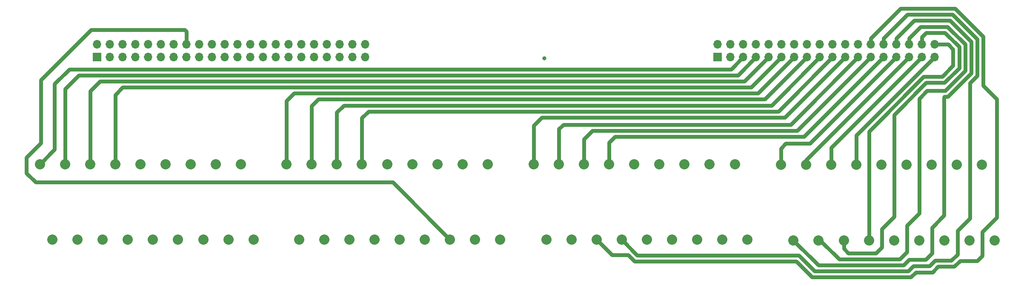
<source format=gbl>
G04 #@! TF.GenerationSoftware,KiCad,Pcbnew,5.1.10*
G04 #@! TF.CreationDate,2021-06-21T08:13:57-04:00*
G04 #@! TF.ProjectId,EVE-PCB-V4,4556452d-5043-4422-9d56-342e6b696361,rev?*
G04 #@! TF.SameCoordinates,Original*
G04 #@! TF.FileFunction,Copper,L4,Bot*
G04 #@! TF.FilePolarity,Positive*
%FSLAX46Y46*%
G04 Gerber Fmt 4.6, Leading zero omitted, Abs format (unit mm)*
G04 Created by KiCad (PCBNEW 5.1.10) date 2021-06-21 08:13:57*
%MOMM*%
%LPD*%
G01*
G04 APERTURE LIST*
G04 #@! TA.AperFunction,ComponentPad*
%ADD10R,1.700000X1.700000*%
G04 #@! TD*
G04 #@! TA.AperFunction,ComponentPad*
%ADD11O,1.700000X1.700000*%
G04 #@! TD*
G04 #@! TA.AperFunction,ComponentPad*
%ADD12C,2.032000*%
G04 #@! TD*
G04 #@! TA.AperFunction,ViaPad*
%ADD13C,0.800000*%
G04 #@! TD*
G04 #@! TA.AperFunction,Conductor*
%ADD14C,0.800000*%
G04 #@! TD*
G04 APERTURE END LIST*
D10*
X189839600Y-67589400D03*
D11*
X189839600Y-65049400D03*
X192379600Y-67589400D03*
X192379600Y-65049400D03*
X194919600Y-67589400D03*
X194919600Y-65049400D03*
X197459600Y-67589400D03*
X197459600Y-65049400D03*
X199999600Y-67589400D03*
X199999600Y-65049400D03*
X202539600Y-67589400D03*
X202539600Y-65049400D03*
X205079600Y-67589400D03*
X205079600Y-65049400D03*
X207619600Y-67589400D03*
X207619600Y-65049400D03*
X210159600Y-67589400D03*
X210159600Y-65049400D03*
X212699600Y-67589400D03*
X212699600Y-65049400D03*
X215239600Y-67589400D03*
X215239600Y-65049400D03*
X217779600Y-67589400D03*
X217779600Y-65049400D03*
X220319600Y-67589400D03*
X220319600Y-65049400D03*
X222859600Y-67589400D03*
X222859600Y-65049400D03*
X225399600Y-67589400D03*
X225399600Y-65049400D03*
X227939600Y-67589400D03*
X227939600Y-65049400D03*
X230479600Y-67589400D03*
X230479600Y-65049400D03*
X233019600Y-67589400D03*
X233019600Y-65049400D03*
D10*
X66395600Y-67589400D03*
D11*
X66395600Y-65049400D03*
X68935600Y-67589400D03*
X68935600Y-65049400D03*
X71475600Y-67589400D03*
X71475600Y-65049400D03*
X74015600Y-67589400D03*
X74015600Y-65049400D03*
X76555600Y-67589400D03*
X76555600Y-65049400D03*
X79095600Y-67589400D03*
X79095600Y-65049400D03*
X81635600Y-67589400D03*
X81635600Y-65049400D03*
X84175600Y-67589400D03*
X84175600Y-65049400D03*
X86715600Y-67589400D03*
X86715600Y-65049400D03*
X89255600Y-67589400D03*
X89255600Y-65049400D03*
X91795600Y-67589400D03*
X91795600Y-65049400D03*
X94335600Y-67589400D03*
X94335600Y-65049400D03*
X96875600Y-67589400D03*
X96875600Y-65049400D03*
X99415600Y-67589400D03*
X99415600Y-65049400D03*
X101955600Y-67589400D03*
X101955600Y-65049400D03*
X104495600Y-67589400D03*
X104495600Y-65049400D03*
X107035600Y-67589400D03*
X107035600Y-65049400D03*
X109575600Y-67589400D03*
X109575600Y-65049400D03*
X112115600Y-67589400D03*
X112115600Y-65049400D03*
X114655600Y-67589400D03*
X114655600Y-65049400D03*
X117195600Y-67589400D03*
X117195600Y-65049400D03*
X119735600Y-67589400D03*
X119735600Y-65049400D03*
D12*
X97505601Y-103886000D03*
X95005601Y-88886000D03*
X92505601Y-103886000D03*
X90005601Y-88886000D03*
X87505601Y-103886000D03*
X85005601Y-88886000D03*
X82505601Y-103886000D03*
X80005601Y-88886000D03*
X77505601Y-103886000D03*
X75005601Y-88886000D03*
X72505600Y-103886000D03*
X70005600Y-88886000D03*
X67505600Y-103886000D03*
X65005600Y-88886000D03*
X62505600Y-103886000D03*
X60005600Y-88886000D03*
X57505600Y-103886000D03*
X55005600Y-88886000D03*
X195752801Y-103936800D03*
X193252801Y-88936800D03*
X190752801Y-103936800D03*
X188252801Y-88936800D03*
X185752801Y-103936800D03*
X183252801Y-88936800D03*
X180752801Y-103936800D03*
X178252801Y-88936800D03*
X175752801Y-103936800D03*
X173252801Y-88936800D03*
X170752800Y-103936800D03*
X168252800Y-88936800D03*
X165752800Y-103936800D03*
X163252800Y-88936800D03*
X160752800Y-103936800D03*
X158252800Y-88936800D03*
X155752800Y-103936800D03*
X153252800Y-88936800D03*
X104078400Y-88886000D03*
X106578400Y-103886000D03*
X109078400Y-88886000D03*
X111578400Y-103886000D03*
X114078400Y-88886000D03*
X116578400Y-103886000D03*
X119078400Y-88886000D03*
X121578400Y-103886000D03*
X124078401Y-88886000D03*
X126578401Y-103886000D03*
X129078401Y-88886000D03*
X131578401Y-103886000D03*
X134078401Y-88886000D03*
X136578401Y-103886000D03*
X139078401Y-88886000D03*
X141578401Y-103886000D03*
X144078401Y-88886000D03*
X146578401Y-103886000D03*
X202427200Y-89038400D03*
X204927200Y-104038400D03*
X207427200Y-89038400D03*
X209927200Y-104038400D03*
X212427200Y-89038400D03*
X214927200Y-104038400D03*
X217427200Y-89038400D03*
X219927200Y-104038400D03*
X222427201Y-89038400D03*
X224927201Y-104038400D03*
X227427201Y-89038400D03*
X229927201Y-104038400D03*
X232427201Y-89038400D03*
X234927201Y-104038400D03*
X237427201Y-89038400D03*
X239927201Y-104038400D03*
X242427201Y-89038400D03*
X244927201Y-104038400D03*
D13*
X155321100Y-67843500D03*
D14*
X168800800Y-106984800D02*
X165752800Y-103936800D01*
X172008800Y-106984800D02*
X168800800Y-106984800D01*
X205516130Y-108254800D02*
X173278800Y-108254800D01*
X208639769Y-111378439D02*
X205516130Y-108254800D01*
X228270361Y-111378439D02*
X208639769Y-111378439D01*
X220319600Y-65049400D02*
X220319600Y-63847319D01*
X226228953Y-57937966D02*
X237060514Y-57937967D01*
X236931200Y-109270800D02*
X233680000Y-109270800D01*
X220319600Y-63847319D02*
X226228953Y-57937966D01*
X232562400Y-110388400D02*
X229260400Y-110388400D01*
X242677246Y-73247954D02*
X245364000Y-75934708D01*
X237060514Y-57937967D02*
X242677246Y-63554704D01*
X242468400Y-107137200D02*
X241452400Y-108153200D01*
X229260400Y-110388400D02*
X228270361Y-111378439D01*
X233680000Y-109270800D02*
X232562400Y-110388400D01*
X242677246Y-63554704D02*
X242677246Y-73247954D01*
X245364000Y-75934708D02*
X245364000Y-99466400D01*
X245364000Y-99466400D02*
X242468400Y-102362000D01*
X242468400Y-102362000D02*
X242468400Y-107137200D01*
X241452400Y-108153200D02*
X238048800Y-108153200D01*
X173278800Y-108254800D02*
X172008800Y-106984800D01*
X238048800Y-108153200D02*
X236931200Y-109270800D01*
X173851600Y-107035600D02*
X170752800Y-103936800D01*
X209136830Y-110178430D02*
X205994000Y-107035600D01*
X227743170Y-110178430D02*
X209136830Y-110178430D01*
X228752400Y-109169200D02*
X227743170Y-110178430D01*
X222859600Y-65049400D02*
X222859600Y-63847319D01*
X205994000Y-107035600D02*
X173851600Y-107035600D01*
X236321600Y-108051600D02*
X233070400Y-108051600D01*
X222859600Y-63847319D02*
X227568945Y-59137974D01*
X237540800Y-102158800D02*
X237540800Y-106832400D01*
X241477236Y-71279444D02*
X240030000Y-72726680D01*
X227568945Y-59137974D02*
X236563453Y-59137975D01*
X233070400Y-108051600D02*
X231952800Y-109169200D01*
X236563453Y-59137975D02*
X241477237Y-64051763D01*
X241477237Y-64051763D02*
X241477236Y-71279444D01*
X240030000Y-72726680D02*
X240030000Y-99669600D01*
X237540800Y-106832400D02*
X236321600Y-108051600D01*
X240030000Y-99669600D02*
X237540800Y-102158800D01*
X231952800Y-109169200D02*
X228752400Y-109169200D01*
X239077219Y-65045881D02*
X239077218Y-70285322D01*
X235569331Y-61537991D02*
X239077219Y-65045881D01*
X230248929Y-61537990D02*
X235569331Y-61537991D01*
X227939600Y-63847319D02*
X230248929Y-61537990D01*
X227939600Y-65049400D02*
X227939600Y-63847319D01*
X235092940Y-74269600D02*
X231495600Y-74269600D01*
X239077218Y-70285322D02*
X235092940Y-74269600D01*
X231495600Y-74269600D02*
X229920800Y-75844400D01*
X229920800Y-75844400D02*
X229920800Y-98653600D01*
X229920800Y-98653600D02*
X227482400Y-101092000D01*
X226079190Y-107778410D02*
X214001210Y-107778410D01*
X227482400Y-106375200D02*
X226079190Y-107778410D01*
X227482400Y-101092000D02*
X227482400Y-106375200D01*
X210261200Y-104038400D02*
X209927200Y-104038400D01*
X214001210Y-107778410D02*
X210261200Y-104038400D01*
X214927200Y-105656400D02*
X214927200Y-104038400D01*
X230479600Y-65049400D02*
X230479600Y-63601600D01*
X224942400Y-79060740D02*
X224942400Y-99314000D01*
X235072270Y-62738000D02*
X237877210Y-65542940D01*
X237877209Y-69788261D02*
X234989860Y-72675610D01*
X234989860Y-72675610D02*
X231327530Y-72675610D01*
X215849200Y-106578400D02*
X214927200Y-105656400D01*
X231327530Y-72675610D02*
X224942400Y-79060740D01*
X230479600Y-63601600D02*
X231343200Y-62738000D01*
X231343200Y-62738000D02*
X235072270Y-62738000D01*
X224942400Y-99314000D02*
X222504000Y-101752400D01*
X222504000Y-101752400D02*
X222504000Y-105410000D01*
X237877210Y-65542940D02*
X237877209Y-69788261D01*
X222504000Y-105410000D02*
X221335600Y-106578400D01*
X221335600Y-106578400D02*
X215849200Y-106578400D01*
X225399600Y-65049400D02*
X225399600Y-63847319D01*
X225399600Y-63847319D02*
X228908937Y-60337982D01*
X209867220Y-108978420D02*
X204927200Y-104038400D01*
X228908937Y-60337982D02*
X236066392Y-60337983D01*
X240277228Y-64548822D02*
X240277227Y-70782383D01*
X226809580Y-108978420D02*
X209867220Y-108978420D01*
X236066392Y-60337983D02*
X240277228Y-64548822D01*
X240277227Y-70782383D02*
X235590000Y-75469610D01*
X227888800Y-107899200D02*
X226809580Y-108978420D01*
X234848400Y-75590400D02*
X234848400Y-99110800D01*
X235590000Y-75469610D02*
X234969190Y-75469610D01*
X234848400Y-99110800D02*
X232460800Y-101498400D01*
X232460800Y-101498400D02*
X232460800Y-106629200D01*
X234969190Y-75469610D02*
X234848400Y-75590400D01*
X232460800Y-106629200D02*
X231190800Y-107899200D01*
X231190800Y-107899200D02*
X227888800Y-107899200D01*
X233019600Y-65049400D02*
X235686600Y-65049400D01*
X235686600Y-65049400D02*
X236677200Y-66040000D01*
X236677200Y-66040000D02*
X236677200Y-69291200D01*
X236677200Y-69291200D02*
X234492800Y-71475600D01*
X234492800Y-71475600D02*
X230830470Y-71475600D01*
X219927200Y-82378870D02*
X219927200Y-104038400D01*
X230830470Y-71475600D02*
X219927200Y-82378870D01*
X84175600Y-65049400D02*
X84175600Y-62484000D01*
X83820000Y-62128400D02*
X65227200Y-62128400D01*
X84175600Y-62484000D02*
X83820000Y-62128400D01*
X55168800Y-72186800D02*
X55168800Y-84683600D01*
X65227200Y-62128400D02*
X55168800Y-72186800D01*
X55168800Y-84683600D02*
X52324000Y-87528400D01*
X52324000Y-87528400D02*
X52324000Y-90678000D01*
X52324000Y-90678000D02*
X54152800Y-92506800D01*
X125199201Y-92506800D02*
X136578401Y-103886000D01*
X54152800Y-92506800D02*
X125199201Y-92506800D01*
X57912000Y-85979600D02*
X55005600Y-88886000D01*
X57912000Y-72948800D02*
X57912000Y-85979600D01*
X192506600Y-70002400D02*
X60858400Y-70002400D01*
X60858400Y-70002400D02*
X57912000Y-72948800D01*
X194919600Y-67589400D02*
X192506600Y-70002400D01*
X197459600Y-67589400D02*
X193846590Y-71202410D01*
X193846590Y-71202410D02*
X62777860Y-71202410D01*
X60005600Y-73974670D02*
X60005600Y-88886000D01*
X62777860Y-71202410D02*
X60005600Y-73974670D01*
X65005600Y-74389600D02*
X65005600Y-88886000D01*
X66992780Y-72402420D02*
X65005600Y-74389600D01*
X195186580Y-72402420D02*
X66992780Y-72402420D01*
X199999600Y-67589400D02*
X195186580Y-72402420D01*
X202539600Y-67589400D02*
X196526570Y-73602430D01*
X196526570Y-73602430D02*
X71482370Y-73602430D01*
X70005600Y-75079200D02*
X70005600Y-88886000D01*
X71482370Y-73602430D02*
X70005600Y-75079200D01*
X215239600Y-67589400D02*
X203226520Y-79602480D01*
X203226520Y-79602480D02*
X154839520Y-79602480D01*
X153252800Y-81189200D02*
X153252800Y-88936800D01*
X154839520Y-79602480D02*
X153252800Y-81189200D01*
X217779600Y-67589400D02*
X204343000Y-81026000D01*
X204343000Y-81026000D02*
X159156400Y-81026000D01*
X158252800Y-81929600D02*
X158252800Y-88936800D01*
X159156400Y-81026000D02*
X158252800Y-81929600D01*
X220319600Y-67589400D02*
X205682990Y-82226010D01*
X205682990Y-82226010D02*
X164966790Y-82226010D01*
X163252800Y-83940000D02*
X163252800Y-88936800D01*
X164966790Y-82226010D02*
X163252800Y-83940000D01*
X222859600Y-67589400D02*
X207022980Y-83426020D01*
X207022980Y-83426020D02*
X169405580Y-83426020D01*
X168252800Y-84578800D02*
X168252800Y-88936800D01*
X169405580Y-83426020D02*
X168252800Y-84578800D01*
X212699600Y-67589400D02*
X201886530Y-78402470D01*
X201886530Y-78402470D02*
X120377930Y-78402470D01*
X119078400Y-79702000D02*
X119078400Y-88886000D01*
X120377930Y-78402470D02*
X119078400Y-79702000D01*
X210159600Y-67589400D02*
X200546540Y-77202460D01*
X200546540Y-77202460D02*
X115481940Y-77202460D01*
X114078400Y-78606000D02*
X114078400Y-88886000D01*
X115481940Y-77202460D02*
X114078400Y-78606000D01*
X207619600Y-67589400D02*
X199206550Y-76002450D01*
X199206550Y-76002450D02*
X110433550Y-76002450D01*
X109078400Y-77357600D02*
X109078400Y-88886000D01*
X110433550Y-76002450D02*
X109078400Y-77357600D01*
X105588360Y-74802440D02*
X104078400Y-76312400D01*
X104078400Y-76312400D02*
X104078400Y-88886000D01*
X197866560Y-74802440D02*
X105588360Y-74802440D01*
X205079600Y-67589400D02*
X197866560Y-74802440D01*
X217427200Y-83181800D02*
X233019600Y-67589400D01*
X217427200Y-89038400D02*
X217427200Y-83181800D01*
X212427200Y-85641800D02*
X230479600Y-67589400D01*
X212427200Y-89038400D02*
X212427200Y-85641800D01*
X207427200Y-88101800D02*
X207427200Y-89038400D01*
X227939600Y-67589400D02*
X207427200Y-88101800D01*
X225399600Y-67589400D02*
X208203800Y-84785200D01*
X208203800Y-84785200D02*
X203403200Y-84785200D01*
X202427200Y-85761200D02*
X202427200Y-89038400D01*
X203403200Y-84785200D02*
X202427200Y-85761200D01*
M02*

</source>
